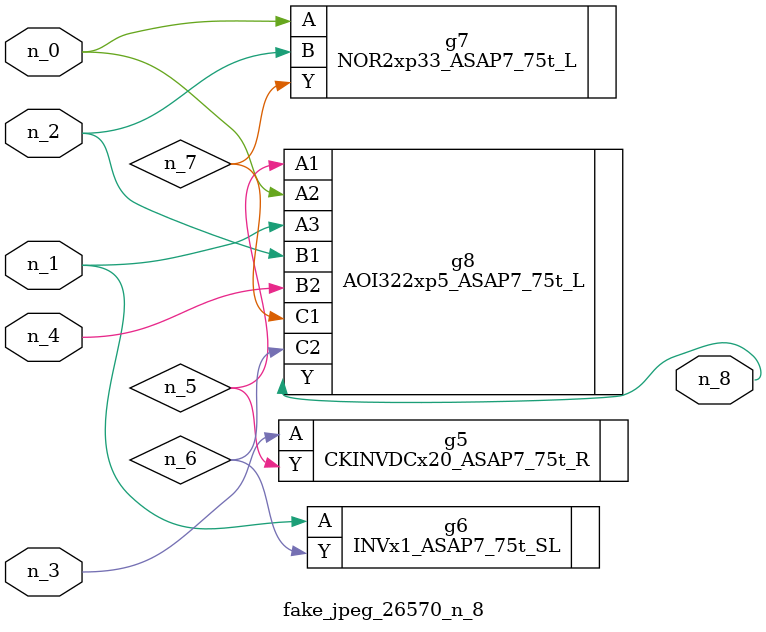
<source format=v>
module fake_jpeg_26570_n_8 (n_3, n_2, n_1, n_0, n_4, n_8);

input n_3;
input n_2;
input n_1;
input n_0;
input n_4;

output n_8;

wire n_6;
wire n_5;
wire n_7;

CKINVDCx20_ASAP7_75t_R g5 ( 
.A(n_3),
.Y(n_5)
);

INVx1_ASAP7_75t_SL g6 ( 
.A(n_1),
.Y(n_6)
);

NOR2xp33_ASAP7_75t_L g7 ( 
.A(n_0),
.B(n_2),
.Y(n_7)
);

AOI322xp5_ASAP7_75t_L g8 ( 
.A1(n_5),
.A2(n_0),
.A3(n_1),
.B1(n_2),
.B2(n_4),
.C1(n_7),
.C2(n_6),
.Y(n_8)
);


endmodule
</source>
